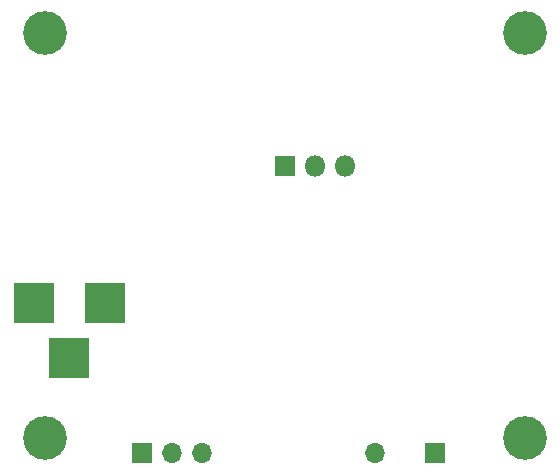
<source format=gbs>
G04 #@! TF.FileFunction,Soldermask,Bot*
%FSLAX46Y46*%
G04 Gerber Fmt 4.6, Leading zero omitted, Abs format (unit mm)*
G04 Created by KiCad (PCBNEW 4.0.5) date Thursday, May 04, 2017 'PMt' 07:06:30 PM*
%MOMM*%
%LPD*%
G01*
G04 APERTURE LIST*
%ADD10C,0.100000*%
%ADD11R,3.500000X3.500000*%
%ADD12R,1.700000X1.700000*%
%ADD13O,1.700000X1.700000*%
%ADD14R,1.800000X1.800000*%
%ADD15O,1.800000X1.800000*%
%ADD16C,3.700000*%
G04 APERTURE END LIST*
D10*
D11*
X54610000Y-53340000D03*
X48610000Y-53340000D03*
X51610000Y-58040000D03*
D12*
X82550000Y-66040000D03*
D13*
X77470000Y-66040000D03*
D14*
X69850000Y-41783000D03*
D15*
X72390000Y-41783000D03*
X74930000Y-41783000D03*
D16*
X49530000Y-30480000D03*
D12*
X57785000Y-66040000D03*
D13*
X60325000Y-66040000D03*
X62865000Y-66040000D03*
D16*
X49530000Y-64770000D03*
X90170000Y-64770000D03*
X90170000Y-30480000D03*
M02*

</source>
